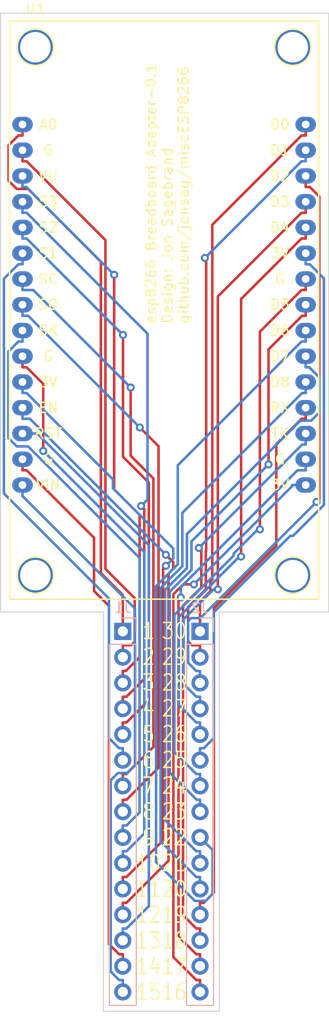
<source format=kicad_pcb>
(kicad_pcb (version 20240108) (generator "pcbnew") (generator_version "8.0")
  (title_block (title "esp8266 Breadboard Adapter") (date "2022-09-18") (rev "0.1"))
  (layers (0 "F.Cu" signal) (31 "B.Cu" signal) (34 "B.Paste" user) (35 "F.Paste" user) (36 "B.SilkS" user "B.Silkscreen") (37 "F.SilkS" user "F.Silkscreen") (38 "B.Mask" user) (39 "F.Mask" user) (44 "Edge.Cuts" user))
  (net 0 "")
  (net 1 "Net-(J1-Pad1)")
  (net 2 "Net-(J1-Pad2)")
  (net 3 "Net-(J1-Pad3)")
  (net 4 "Net-(J1-Pad4)")
  (net 5 "Net-(J1-Pad5)")
  (net 6 "Net-(J1-Pad6)")
  (net 7 "Net-(J1-Pad7)")
  (net 8 "Net-(J1-Pad8)")
  (net 9 "Net-(J1-Pad9)")
  (net 10 "Net-(J1-Pad10)")
  (net 11 "Net-(J1-Pad11)")
  (net 12 "Net-(J1-Pad12)")
  (net 13 "Net-(J1-Pad13)")
  (net 14 "Net-(J1-Pad14)")
  (net 15 "Net-(J1-Pad15)")
  (net 16 "Net-(J2-Pad1)")
  (net 17 "Net-(J2-Pad2)")
  (net 18 "Net-(J2-Pad3)")
  (net 19 "Net-(J2-Pad4)")
  (net 20 "Net-(J2-Pad5)")
  (net 21 "Net-(J2-Pad6)")
  (net 22 "Net-(J2-Pad7)")
  (net 23 "Net-(J2-Pad8)")
  (net 24 "Net-(J2-Pad9)")
  (net 25 "Net-(J2-Pad10)")
  (net 26 "Net-(J2-Pad11)")
  (net 27 "Net-(J2-Pad12)")
  (net 28 "Net-(J2-Pad13)")
  (net 29 "Net-(J2-Pad14)")
  (net 30 "Net-(J2-Pad15)")
  (footprint "My_ESP8266:NodeMCU-LoLinV3_w_pinsockets_large" (layer "F.Cu") (at 131.71 45.26)
    (property "Reference" "U1" (at 1.27 -11.43 0) (layer "F.SilkS"))
    (property "Value" "NodeMCU1.0(ESP-12E)")
    (fp_line (start -1.28 -10.18) (end -1.28 46.82) (stroke (width 0.15)) (layer "F.SilkS"))
    (fp_line (start -1.28 46.82) (end 29.22 46.82) (stroke (width 0.15)) (layer "F.SilkS"))
    (fp_line (start -0.78 -10.18) (end -1.28 -10.18) (stroke (width 0.15)) (layer "F.SilkS"))
    (fp_line (start 29.22 -10.18) (end -0.78 -10.18) (stroke (width 0.15)) (layer "F.SilkS"))
    (fp_line (start 29.22 46.82) (end 29.22 -10.18) (stroke (width 0.15)) (layer "F.SilkS"))
    (fp_circle (center 1.27 -7.62) (end 2.54 -8.89) (stroke (width 0.15)) (fill none) (layer "F.SilkS"))
    (fp_circle (center 1.27 44.45) (end 2.54 43.18) (stroke (width 0.15)) (fill none) (layer "F.SilkS"))
    (fp_circle (center 26.67 -7.62) (end 27.94 -8.89) (stroke (width 0.15)) (fill none) (layer "F.SilkS"))
    (fp_circle (center 26.67 44.45) (end 27.94 43.18) (stroke (width 0.15)) (fill none) (layer "F.SilkS"))
    (fp_text user "G" (at 2.54 22.86 0) (layer "F.SilkS"))
    (fp_text user "EN" (at 2.54 27.94 0) (layer "F.SilkS"))
    (fp_text user "S2" (at 2.54 10.16 0) (layer "F.SilkS"))
    (fp_text user "G" (at 2.54 33.02 0) (layer "F.SilkS"))
    (fp_text user "3V" (at 25.4 12.7 0) (layer "F.SilkS"))
    (fp_text user "G" (at 2.54 2.54 0) (layer "F.SilkS"))
    (fp_text user "SC" (at 2.54 15.24 0) (layer "F.SilkS"))
    (fp_text user "3V" (at 25.4 35.56 0) (layer "F.SilkS"))
    (fp_text user "SO" (at 2.54 17.78 0) (layer "F.SilkS"))
    (fp_text user "D1" (at 25.4 2.54 0) (layer "F.SilkS"))
    (fp_text user "D0" (at 25.4 0 0) (layer "F.SilkS"))
    (fp_text user "RX" (at 25.4 27.94 0) (layer "F.SilkS"))
    (fp_text user "D4" (at 25.4 10.16 0) (layer "F.SilkS"))
    (fp_text user "A0" (at 2.54 0 0) (layer "F.SilkS"))
    (fp_text user "D2" (at 25.4 5.08 0) (layer "F.SilkS"))
    (fp_text user "G" (at 25.4 33.02 0) (layer "F.SilkS"))
    (fp_text user "D6" (at 25.4 20.32 0) (layer "F.SilkS"))
    (fp_text user "VIN" (at 2.54 35.56 0) (layer "F.SilkS"))
    (fp_text user "D5" (at 25.4 17.78 0) (layer "F.SilkS"))
    (fp_text user "SK" (at 2.54 20.32 0) (layer "F.SilkS"))
    (fp_text user "3V" (at 2.54 25.4 0) (layer "F.SilkS"))
    (fp_text user "D3" (at 25.4 7.62 0) (layer "F.SilkS"))
    (fp_text user "RST" (at 2.54 30.48 0) (layer "F.SilkS"))
    (fp_text user "S1" (at 2.54 12.7 0) (layer "F.SilkS"))
    (fp_text user "D7" (at 25.4 22.86 0) (layer "F.SilkS"))
    (fp_text user "VU" (at 2.54 5.08 0) (layer "F.SilkS"))
    (fp_text user "TX" (at 25.4 30.48 0) (layer "F.SilkS"))
    (fp_text user "G" (at 25.4 15.24 0) (layer "F.SilkS"))
    (fp_text user "D8" (at 25.4 25.4 0) (layer "F.SilkS"))
    (fp_text user "S3" (at 2.54 7.62 0) (layer "F.SilkS"))
    (pad "" np_thru_hole circle (at 1.27 -7.62) (size 3.5 3.5) (drill 3) (layers "F&B.Cu" "*.Mask"))
    (pad "" np_thru_hole circle (at 1.27 44.45) (size 3.5 3.5) (drill 3) (layers "F&B.Cu" "*.Mask"))
    (pad "" np_thru_hole circle (at 26.67 -7.62) (size 3.5 3.5) (drill 3) (layers "F&B.Cu" "*.Mask"))
    (pad "" np_thru_hole circle (at 26.67 44.45) (size 3.5 3.5) (drill 3) (layers "F&B.Cu" "*.Mask"))
    (pad "1" thru_hole oval (at 0 0) (size 2.032 1.524) (drill 0.762) (layers "*.Cu" "*.Mask") (net 1 "Net-(J1-Pad1)"))
    (pad "2" thru_hole oval (at 0 2.54) (size 2.032 1.524) (drill 0.762) (layers "*.Cu" "*.Mask") (net 2 "Net-(J1-Pad2)"))
    (pad "3" thru_hole oval (at 0 5.08) (size 2.032 1.524) (drill 0.762) (layers "*.Cu" "*.Mask") (net 3 "Net-(J1-Pad3)"))
    (pad "4" thru_hole oval (at 0 7.62) (size 2.032 1.524) (drill 0.762) (layers "*.Cu" "*.Mask") (net 4 "Net-(J1-Pad4)"))
    (pad "5" thru_hole oval (at 0 10.16) (size 2.032 1.524) (drill 0.762) (layers "*.Cu" "*.Mask") (net 5 "Net-(J1-Pad5)"))
    (pad "6" thru_hole oval (at 0 12.7) (size 2.032 1.524) (drill 0.762) (layers "*.Cu" "*.Mask") (net 6 "Net-(J1-Pad6)"))
    (pad "7" thru_hole oval (at 0 15.24) (size 2.032 1.524) (drill 0.762) (layers "*.Cu" "*.Mask") (net 7 "Net-(J1-Pad7)"))
    (pad "8" thru_hole oval (at 0 17.78) (size 2.032 1.524) (drill 0.762) (layers "*.Cu" "*.Mask") (net 8 "Net-(J1-Pad8)"))
    (pad "9" thru_hole oval (at 0 20.32) (size 2.032 1.524) (drill 0.762) (layers "*.Cu" "*.Mask") (net 9 "Net-(J1-Pad9)"))
    (pad "10" thru_hole oval (at 0 22.86) (size 2.032 1.524) (drill 0.762) (layers "*.Cu" "*.Mask") (net 10 "Net-(J1-Pad10)"))
    (pad "11" thru_hole oval (at 0 25.4) (size 2.032 1.524) (drill 0.762) (layers "*.Cu" "*.Mask") (net 11 "Net-(J1-Pad11)"))
    (pad "12" thru_hole oval (at 0 27.94) (size 2.032 1.524) (drill 0.762) (layers "*.Cu" "*.Mask") (net 12 "Net-(J1-Pad12)"))
    (pad "13" thru_hole oval (at 0 30.48) (size 2.032 1.524) (drill 0.762) (layers "*.Cu" "*.Mask") (net 13 "Net-(J1-Pad13)"))
    (pad "14" thru_hole oval (at 0 33.02) (size 2.032 1.524) (drill 0.762) (layers "*.Cu" "*.Mask") (net 14 "Net-(J1-Pad14)"))
    (pad "15" thru_hole oval (at 0 35.56) (size 2.032 1.524) (drill 0.762) (layers "*.Cu" "*.Mask") (net 15 "Net-(J1-Pad15)"))
    (pad "16" thru_hole oval (at 27.94 35.56) (size 2.032 1.524) (drill 0.762) (layers "*.Cu" "*.Mask") (net 30 "Net-(J2-Pad15)"))
    (pad "17" thru_hole oval (at 27.94 33.02) (size 2.032 1.524) (drill 0.762) (layers "*.Cu" "*.Mask") (net 29 "Net-(J2-Pad14)"))
    (pad "18" thru_hole oval (at 27.94 30.48) (size 2.032 1.524) (drill 0.762) (layers "*.Cu" "*.Mask") (net 28 "Net-(J2-Pad13)"))
    (pad "19" thru_hole oval (at 27.94 27.94) (size 2.032 1.524) (drill 0.762) (layers "*.Cu" "*.Mask") (net 27 "Net-(J2-Pad12)"))
    (pad "20" thru_hole oval (at 27.94 25.4) (size 2.032 1.524) (drill 0.762) (layers "*.Cu" "*.Mask") (net 26 "Net-(J2-Pad11)"))
    (pad "21" thru_hole oval (at 27.94 22.86) (size 2.032 1.524) (drill 0.762) (layers "*.Cu" "*.Mask") (net 25 "Net-(J2-Pad10)"))
    (pad "22" thru_hole oval (at 27.94 20.32) (size 2.032 1.524) (drill 0.762) (layers "*.Cu" "*.Mask") (net 24 "Net-(J2-Pad9)"))
    (pad "23" thru_hole oval (at 27.94 17.78) (size 2.032 1.524) (drill 0.762) (layers "*.Cu" "*.Mask") (net 23 "Net-(J2-Pad8)"))
    (pad "24" thru_hole oval (at 27.94 15.24) (size 2.032 1.524) (drill 0.762) (layers "*.Cu" "*.Mask") (net 22 "Net-(J2-Pad7)"))
    (pad "25" thru_hole oval (at 27.94 12.7) (size 2.032 1.524) (drill 0.762) (layers "*.Cu" "*.Mask") (net 21 "Net-(J2-Pad6)"))
    (pad "26" thru_hole oval (at 27.94 10.16) (size 2.032 1.524) (drill 0.762) (layers "*.Cu" "*.Mask") (net 20 "Net-(J2-Pad5)"))
    (pad "27" thru_hole oval (at 27.94 7.62) (size 2.032 1.524) (drill 0.762) (layers "*.Cu" "*.Mask") (net 19 "Net-(J2-Pad4)"))
    (pad "28" thru_hole oval (at 27.94 5.08) (size 2.032 1.524) (drill 0.762) (layers "*.Cu" "*.Mask") (net 18 "Net-(J2-Pad3)"))
    (pad "29" thru_hole oval (at 27.94 2.54) (size 2.032 1.524) (drill 0.762) (layers "*.Cu" "*.Mask") (net 17 "Net-(J2-Pad2)"))
    (pad "30" thru_hole oval (at 27.94 0) (size 2.032 1.524) (drill 0.762) (layers "*.Cu" "*.Mask") (net 16 "Net-(J2-Pad1)"))
  )
  (footprint "Connector_PinHeader_2.54mm:PinHeader_1x15_P2.54mm_Vertical" (layer "B.Cu") (at 141.605 95.255 180)
    (property "Reference" "J1" (at 0 2.33 0) (layer "B.SilkS") (effects (justify mirror)))
    (property "Value" "Conn_01x15_Female")
    (fp_line (start 1.33 -1.27) (end 1.33 -36.89) (stroke (width 0.12)) (layer "B.SilkS"))
    (fp_line (start -1.33 1.33) (end 0 1.33) (stroke (width 0.12)) (layer "B.SilkS"))
    (fp_line (start -1.33 0) (end -1.33 1.33) (stroke (width 0.12)) (layer "B.SilkS"))
    (fp_line (start -1.33 -1.27) (end 1.33 -1.27) (stroke (width 0.12)) (layer "B.SilkS"))
    (fp_line (start -1.33 -1.27) (end -1.33 -36.89) (stroke (width 0.12)) (layer "B.SilkS"))
    (fp_line (start -1.33 -36.89) (end 1.33 -36.89) (stroke (width 0.12)) (layer "B.SilkS"))
    (pad "1" thru_hole rect (at 0 0 180) (size 1.7 1.7) (drill 1) (layers "*.Cu" "*.Mask") (net 1 "Net-(J1-Pad1)"))
    (pad "2" thru_hole oval (at 0 -2.54 180) (size 1.7 1.7) (drill 1) (layers "*.Cu" "*.Mask") (net 2 "Net-(J1-Pad2)"))
    (pad "3" thru_hole oval (at 0 -5.08 180) (size 1.7 1.7) (drill 1) (layers "*.Cu" "*.Mask") (net 3 "Net-(J1-Pad3)"))
    (pad "4" thru_hole oval (at 0 -7.62 180) (size 1.7 1.7) (drill 1) (layers "*.Cu" "*.Mask") (net 4 "Net-(J1-Pad4)"))
    (pad "5" thru_hole oval (at 0 -10.16 180) (size 1.7 1.7) (drill 1) (layers "*.Cu" "*.Mask") (net 5 "Net-(J1-Pad5)"))
    (pad "6" thru_hole oval (at 0 -12.7 180) (size 1.7 1.7) (drill 1) (layers "*.Cu" "*.Mask") (net 6 "Net-(J1-Pad6)"))
    (pad "7" thru_hole oval (at 0 -15.24 180) (size 1.7 1.7) (drill 1) (layers "*.Cu" "*.Mask") (net 7 "Net-(J1-Pad7)"))
    (pad "8" thru_hole oval (at 0 -17.78 180) (size 1.7 1.7) (drill 1) (layers "*.Cu" "*.Mask") (net 8 "Net-(J1-Pad8)"))
    (pad "9" thru_hole oval (at 0 -20.32 180) (size 1.7 1.7) (drill 1) (layers "*.Cu" "*.Mask") (net 9 "Net-(J1-Pad9)"))
    (pad "10" thru_hole oval (at 0 -22.86 180) (size 1.7 1.7) (drill 1) (layers "*.Cu" "*.Mask") (net 10 "Net-(J1-Pad10)"))
    (pad "11" thru_hole oval (at 0 -25.4 180) (size 1.7 1.7) (drill 1) (layers "*.Cu" "*.Mask") (net 11 "Net-(J1-Pad11)"))
    (pad "12" thru_hole oval (at 0 -27.94 180) (size 1.7 1.7) (drill 1) (layers "*.Cu" "*.Mask") (net 12 "Net-(J1-Pad12)"))
    (pad "13" thru_hole oval (at 0 -30.48 180) (size 1.7 1.7) (drill 1) (layers "*.Cu" "*.Mask") (net 13 "Net-(J1-Pad13)"))
    (pad "14" thru_hole oval (at 0 -33.02 180) (size 1.7 1.7) (drill 1) (layers "*.Cu" "*.Mask") (net 14 "Net-(J1-Pad14)"))
    (pad "15" thru_hole oval (at 0 -35.56 180) (size 1.7 1.7) (drill 1) (layers "*.Cu" "*.Mask") (net 15 "Net-(J1-Pad15)"))
  )
  (footprint "Connector_PinHeader_2.54mm:PinHeader_1x15_P2.54mm_Vertical" (layer "B.Cu") (at 149.225 95.255 180)
    (property "Reference" "J2" (at 0 2.33 0) (layer "B.SilkS") (effects (justify mirror)))
    (property "Value" "Conn_01x15_Female")
    (fp_line (start 1.33 -1.27) (end 1.33 -36.89) (stroke (width 0.12)) (layer "B.SilkS"))
    (fp_line (start -1.33 1.33) (end 0 1.33) (stroke (width 0.12)) (layer "B.SilkS"))
    (fp_line (start -1.33 0) (end -1.33 1.33) (stroke (width 0.12)) (layer "B.SilkS"))
    (fp_line (start -1.33 -1.27) (end 1.33 -1.27) (stroke (width 0.12)) (layer "B.SilkS"))
    (fp_line (start -1.33 -1.27) (end -1.33 -36.89) (stroke (width 0.12)) (layer "B.SilkS"))
    (fp_line (start -1.33 -36.89) (end 1.33 -36.89) (stroke (width 0.12)) (layer "B.SilkS"))
    (pad "1" thru_hole rect (at 0 0 180) (size 1.7 1.7) (drill 1) (layers "*.Cu" "*.Mask") (net 16 "Net-(J2-Pad1)"))
    (pad "2" thru_hole oval (at 0 -2.54 180) (size 1.7 1.7) (drill 1) (layers "*.Cu" "*.Mask") (net 17 "Net-(J2-Pad2)"))
    (pad "3" thru_hole oval (at 0 -5.08 180) (size 1.7 1.7) (drill 1) (layers "*.Cu" "*.Mask") (net 18 "Net-(J2-Pad3)"))
    (pad "4" thru_hole oval (at 0 -7.62 180) (size 1.7 1.7) (drill 1) (layers "*.Cu" "*.Mask") (net 19 "Net-(J2-Pad4)"))
    (pad "5" thru_hole oval (at 0 -10.16 180) (size 1.7 1.7) (drill 1) (layers "*.Cu" "*.Mask") (net 20 "Net-(J2-Pad5)"))
    (pad "6" thru_hole oval (at 0 -12.7 180) (size 1.7 1.7) (drill 1) (layers "*.Cu" "*.Mask") (net 21 "Net-(J2-Pad6)"))
    (pad "7" thru_hole oval (at 0 -15.24 180) (size 1.7 1.7) (drill 1) (layers "*.Cu" "*.Mask") (net 22 "Net-(J2-Pad7)"))
    (pad "8" thru_hole oval (at 0 -17.78 180) (size 1.7 1.7) (drill 1) (layers "*.Cu" "*.Mask") (net 23 "Net-(J2-Pad8)"))
    (pad "9" thru_hole oval (at 0 -20.32 180) (size 1.7 1.7) (drill 1) (layers "*.Cu" "*.Mask") (net 24 "Net-(J2-Pad9)"))
    (pad "10" thru_hole oval (at 0 -22.86 180) (size 1.7 1.7) (drill 1) (layers "*.Cu" "*.Mask") (net 25 "Net-(J2-Pad10)"))
    (pad "11" thru_hole oval (at 0 -25.4 180) (size 1.7 1.7) (drill 1) (layers "*.Cu" "*.Mask") (net 26 "Net-(J2-Pad11)"))
    (pad "12" thru_hole oval (at 0 -27.94 180) (size 1.7 1.7) (drill 1) (layers "*.Cu" "*.Mask") (net 27 "Net-(J2-Pad12)"))
    (pad "13" thru_hole oval (at 0 -30.48 180) (size 1.7 1.7) (drill 1) (layers "*.Cu" "*.Mask") (net 28 "Net-(J2-Pad13)"))
    (pad "14" thru_hole oval (at 0 -33.02 180) (size 1.7 1.7) (drill 1) (layers "*.Cu" "*.Mask") (net 29 "Net-(J2-Pad14)"))
    (pad "15" thru_hole oval (at 0 -35.56 180) (size 1.7 1.7) (drill 1) (layers "*.Cu" "*.Mask") (net 30 "Net-(J2-Pad15)"))
  )
  (gr_line (start 151.13 132.715) (end 139.7 132.715) (stroke (width 0.1)) (layer "Edge.Cuts"))
  (gr_line (start 161.925 93.345) (end 161.925 34.29) (stroke (width 0.1)) (layer "Edge.Cuts"))
  (gr_line (start 151.13 93.345) (end 161.925 93.345) (stroke (width 0.1)) (layer "Edge.Cuts"))
  (gr_line (start 129.54 93.345) (end 129.54 91.44) (stroke (width 0.1)) (layer "Edge.Cuts"))
  (gr_line (start 139.7 93.345) (end 129.54 93.345) (stroke (width 0.1)) (layer "Edge.Cuts"))
  (gr_line (start 129.54 34.29) (end 161.925 34.29) (stroke (width 0.1)) (layer "Edge.Cuts"))
  (gr_line (start 139.7 132.715) (end 139.7 93.345) (stroke (width 0.1)) (layer "Edge.Cuts"))
  (gr_line (start 151.13 132.715) (end 151.13 93.345) (stroke (width 0.1)) (layer "Edge.Cuts"))
  (gr_line (start 129.54 91.44) (end 129.54 34.29) (stroke (width 0.1)) (layer "Edge.Cuts"))
  (gr_text "${TITLE}-${REVISION}\nDesign: Jon Sagebrand\ngithub.com/jonsag/miscESP8266" (at 146 65 90) (layer "F.SilkS") (effects (font (size 1 1)) (justify left)))
  (gr_text "30\n29\n28\n27\n26\n25\n24\n23\n22\n21\n20\n19\n18\n17\n16" (at 146.685 113.03 0) (layer "F.SilkS") (effects (font (size 1.58 1.3))))
  (gr_text "1\n2\n3\n4\n5\n6\n7\n8\n9\n10\n11\n12\n13\n14\n15" (at 144.145 113.03 0) (layer "F.SilkS") (effects (font (size 1.58 1.3))))
  (segment (start 130.3385 47.3109) (end 130.3385 50.8171) (width 0.25) (layer "F.Cu") (net 1))
  (segment (start 141.605 95.255) (end 141.605 94.0799) (width 0.25) (layer "F.Cu") (net 1))
  (segment (start 131.71 45.26) (end 131.71 46.3471) (width 0.25) (layer "F.Cu") (net 1))
  (segment (start 141.605 91.6661) (end 141.605 94.0799) (width 0.25) (layer "F.Cu") (net 1))
  (segment (start 130.3385 50.8171) (end 131.1314 51.61) (width 0.25) (layer "F.Cu") (net 1))
  (segment (start 139.4423 89.5034) (end 141.605 91.6661) (width 0.25) (layer "F.Cu") (net 1))
  (segment (start 132.2563 51.61) (end 139.4423 58.796) (width 0.25) (layer "F.Cu") (net 1))
  (segment (start 139.4423 58.796) (end 139.4423 89.5034) (width 0.25) (layer "F.Cu") (net 1))
  (segment (start 131.71 46.3471) (end 131.3023 46.3471) (width 0.25) (layer "F.Cu") (net 1))
  (segment (start 131.3023 46.3471) (end 130.3385 47.3109) (width 0.25) (layer "F.Cu") (net 1))
  (segment (start 131.1314 51.61) (end 132.2563 51.61) (width 0.25) (layer "F.Cu") (net 1))
  (segment (start 141.605 97.795) (end 141.605 96.6199) (width 0.25) (layer "F.Cu") (net 2))
  (segment (start 132.1177 48.8871) (end 139.8925 56.6619) (width 0.25) (layer "F.Cu") (net 2))
  (segment (start 139.8925 89.0955) (end 142.7802 91.9832) (width 0.25) (layer "F.Cu") (net 2))
  (segment (start 139.8925 56.6619) (end 139.8925 89.0955) (width 0.25) (layer "F.Cu") (net 2))
  (segment (start 131.71 47.8) (end 131.71 48.8871) (width 0.25) (layer "F.Cu") (net 2))
  (segment (start 131.71 48.8871) (end 132.1177 48.8871) (width 0.25) (layer "F.Cu") (net 2))
  (segment (start 142.7802 91.9832) (end 142.7802 96.2757) (width 0.25) (layer "F.Cu") (net 2))
  (segment (start 142.436 96.6199) (end 141.605 96.6199) (width 0.25) (layer "F.Cu") (net 2))
  (segment (start 142.7802 96.2757) (end 142.436 96.6199) (width 0.25) (layer "F.Cu") (net 2))
  (segment (start 141.605 99.1599) (end 141.9021 99.1599) (width 0.25) (layer "F.Cu") (net 3))
  (segment (start 141.9021 99.1599) (end 143.2653 97.7967) (width 0.25) (layer "F.Cu") (net 3))
  (segment (start 143.2653 97.7967) (end 143.2653 83.7638) (width 0.25) (layer "F.Cu") (net 3))
  (segment (start 141.605 100.335) (end 141.605 99.1599) (width 0.25) (layer "F.Cu") (net 3))
  (segment (start 143.2653 83.7638) (end 140.7524 81.2509) (width 0.25) (layer "F.Cu") (net 3))
  (segment (start 140.7524 81.2509) (end 140.7524 60.0841) (width 0.25) (layer "F.Cu") (net 3))
  (via (at 140.7524 60.0841) (size 0.8) (drill 0.4) (layers "F.Cu" "B.Cu") (net 3))
  (segment (start 131.71 51.4271) (end 132.0954 51.4271) (width 0.25) (layer "B.Cu") (net 3))
  (segment (start 131.71 50.34) (end 131.71 51.4271) (width 0.25) (layer "B.Cu") (net 3))
  (segment (start 132.0954 51.4271) (end 140.7524 60.0841) (width 0.25) (layer "B.Cu") (net 3))
  (segment (start 141.9702 101.6999) (end 141.605 101.6999) (width 0.25) (layer "F.Cu") (net 4))
  (segment (start 143.7231 99.947) (end 141.9702 101.6999) (width 0.25) (layer "F.Cu") (net 4))
  (segment (start 141.605 102.875) (end 141.605 101.6999) (width 0.25) (layer "F.Cu") (net 4))
  (segment (start 143.416 82.8892) (end 143.7231 83.1963) (width 0.25) (layer "F.Cu") (net 4))
  (segment (start 143.7231 83.1963) (end 143.7231 99.947) (width 0.25) (layer "F.Cu") (net 4))
  (via (at 143.416 82.8892) (size 0.8) (drill 0.4) (layers "F.Cu" "B.Cu") (net 4))
  (segment (start 132.1177 53.9671) (end 144.0453 65.8947) (width 0.25) (layer "B.Cu") (net 4))
  (segment (start 144.0453 65.8947) (end 144.0453 82.2599) (width 0.25) (layer "B.Cu") (net 4))
  (segment (start 131.71 52.88) (end 131.71 53.9671) (width 0.25) (layer "B.Cu") (net 4))
  (segment (start 144.0453 82.2599) (end 143.416 82.8892) (width 0.25) (layer "B.Cu") (net 4))
  (segment (start 131.71 53.9671) (end 132.1177 53.9671) (width 0.25) (layer "B.Cu") (net 4))
  (segment (start 141.605 104.2399) (end 141.9702 104.2399) (width 0.25) (layer "F.Cu") (net 5))
  (segment (start 144.1743 80.5856) (end 141.6264 78.0377) (width 0.25) (layer "F.Cu") (net 5))
  (segment (start 144.1743 102.0358) (end 144.1743 80.5856) (width 0.25) (layer "F.Cu") (net 5))
  (segment (start 141.605 105.415) (end 141.605 104.2399) (width 0.25) (layer "F.Cu") (net 5))
  (segment (start 141.9702 104.2399) (end 144.1743 102.0358) (width 0.25) (layer "F.Cu") (net 5))
  (segment (start 141.6264 78.0377) (end 141.6264 66.0158) (width 0.25) (layer "F.Cu") (net 5))
  (via (at 141.6264 66.0158) (size 0.8) (drill 0.4) (layers "F.Cu" "B.Cu") (net 5))
  (segment (start 131.71 55.42) (end 131.71 56.5071) (width 0.25) (layer "B.Cu") (net 5))
  (segment (start 132.1177 56.5071) (end 141.6264 66.0158) (width 0.25) (layer "B.Cu") (net 5))
  (segment (start 131.71 56.5071) (end 132.1177 56.5071) (width 0.25) (layer "B.Cu") (net 5))
  (segment (start 141.605 107.955) (end 141.605 106.7799) (width 0.25) (layer "B.Cu") (net 6))
  (segment (start 140.2402 105.7804) (end 141.2397 106.7799) (width 0.25) (layer "B.Cu") (net 6))
  (segment (start 141.2397 106.7799) (end 141.605 106.7799) (width 0.25) (layer "B.Cu") (net 6))
  (segment (start 129.8752 81.6523) (end 140.2402 92.0173) (width 0.25) (layer "B.Cu") (net 6))
  (segment (start 129.8752 60.4742) (end 129.8752 81.6523) (width 0.25) (layer "B.Cu") (net 6))
  (segment (start 140.2402 92.0173) (end 140.2402 105.7804) (width 0.25) (layer "B.Cu") (net 6))
  (segment (start 131.3023 59.0471) (end 129.8752 60.4742) (width 0.25) (layer "B.Cu") (net 6))
  (segment (start 131.71 57.96) (end 131.71 59.0471) (width 0.25) (layer "B.Cu") (net 6))
  (segment (start 131.71 59.0471) (end 131.3023 59.0471) (width 0.25) (layer "B.Cu") (net 6))
  (segment (start 141.605 109.3199) (end 141.9702 109.3199) (width 0.25) (layer "F.Cu") (net 7))
  (segment (start 144.6244 106.6657) (end 144.6244 80.1743) (width 0.25) (layer "F.Cu") (net 7))
  (segment (start 141.9702 109.3199) (end 144.6244 106.6657) (width 0.25) (layer "F.Cu") (net 7))
  (segment (start 144.6244 80.1743) (end 142.3814 77.9313) (width 0.25) (layer "F.Cu") (net 7))
  (segment (start 142.3814 77.9313) (end 142.3814 71.2025) (width 0.25) (layer "F.Cu") (net 7))
  (segment (start 141.605 110.495) (end 141.605 109.3199) (width 0.25) (layer "F.Cu") (net 7))
  (via (at 142.3814 71.2025) (size 0.8) (drill 0.4) (layers "F.Cu" "B.Cu") (net 7))
  (segment (start 131.71 60.5) (end 131.71 61.5871) (width 0.25) (layer "B.Cu") (net 7))
  (segment (start 132.766 61.5871) (end 142.3814 71.2025) (width 0.25) (layer "B.Cu") (net 7))
  (segment (start 131.71 61.5871) (end 132.766 61.5871) (width 0.25) (layer "B.Cu") (net 7))
  (segment (start 141.605 113.035) (end 141.605 111.8599) (width 0.25) (layer "F.Cu") (net 8))
  (segment (start 141.605 111.8599) (end 141.9723 111.8599) (width 0.25) (layer "F.Cu") (net 8))
  (segment (start 145.1308 108.7014) (end 145.1308 76.9879) (width 0.25) (layer "F.Cu") (net 8))
  (segment (start 141.9723 111.8599) (end 145.1308 108.7014) (width 0.25) (layer "F.Cu") (net 8))
  (segment (start 145.1308 76.9879) (end 143.2853 75.1424) (width 0.25) (layer "F.Cu") (net 8))
  (via (at 143.2853 75.1424) (size 0.8) (drill 0.4) (layers "F.Cu" "B.Cu") (net 8))
  (segment (start 131.71 63.04) (end 131.71 64.1271) (width 0.25) (layer "B.Cu") (net 8))
  (segment (start 131.71 64.1271) (end 132.27 64.1271) (width 0.25) (layer "B.Cu") (net 8))
  (segment (start 132.27 64.1271) (end 143.2853 75.1424) (width 0.25) (layer "B.Cu") (net 8))
  (segment (start 131.1498 77.01) (end 132.2588 77.01) (width 0.25) (layer "B.Cu") (net 9))
  (segment (start 131.3023 66.6671) (end 130.3254 67.644) (width 0.25) (layer "B.Cu") (net 9))
  (segment (start 130.3254 67.644) (end 130.3254 76.1856) (width 0.25) (layer "B.Cu") (net 9))
  (segment (start 132.2588 77.01) (end 143.2597 88.0109) (width 0.25) (layer "B.Cu") (net 9))
  (segment (start 131.71 66.6671) (end 131.3023 66.6671) (width 0.25) (layer "B.Cu") (net 9))
  (segment (start 143.2597 113.1104) (end 141.9702 114.3999) (width 0.25) (layer "B.Cu") (net 9))
  (segment (start 130.3254 76.1856) (end 131.1498 77.01) (width 0.25) (layer "B.Cu") (net 9))
  (segment (start 143.2597 88.0109) (end 143.2597 113.1104) (width 0.25) (layer "B.Cu") (net 9))
  (segment (start 141.9702 114.3999) (end 141.605 114.3999) (width 0.25) (layer "B.Cu") (net 9))
  (segment (start 131.71 65.58) (end 131.71 66.6671) (width 0.25) (layer "B.Cu") (net 9))
  (segment (start 141.605 115.575) (end 141.605 114.3999) (width 0.25) (layer "B.Cu") (net 9))
  (segment (start 132.1177 69.2071) (end 133.7548 70.8442) (width 0.25) (layer "F.Cu") (net 10))
  (segment (start 131.71 69.2071) (end 132.1177 69.2071) (width 0.25) (layer "F.Cu") (net 10))
  (segment (start 131.71 68.12) (end 131.71 69.2071) (width 0.25) (layer "F.Cu") (net 10))
  (segment (start 133.7548 70.8442) (end 133.7548 77.4575) (width 0.25) (layer "F.Cu") (net 10))
  (via (at 133.7548 77.4575) (size 0.8) (drill 0.4) (layers "F.Cu" "B.Cu") (net 10))
  (segment (start 133.7548 77.4575) (end 143.7269 87.4296) (width 0.25) (layer "B.Cu") (net 10))
  (segment (start 143.7269 87.4296) (end 143.7269 115.1832) (width 0.25) (layer "B.Cu") (net 10))
  (segment (start 143.7269 115.1832) (end 141.9702 116.9399) (width 0.25) (layer "B.Cu") (net 10))
  (segment (start 141.9702 116.9399) (end 141.605 116.9399) (width 0.25) (layer "B.Cu") (net 10))
  (segment (start 141.605 118.115) (end 141.605 116.9399) (width 0.25) (layer "B.Cu") (net 10))
  (segment (start 145.5809 89.0644) (end 145.856 88.7893) (width 0.25) (layer "F.Cu") (net 11))
  (segment (start 145.5809 115.8692) (end 145.5809 89.0644) (width 0.25) (layer "F.Cu") (net 11))
  (segment (start 141.9702 119.4799) (end 145.5809 115.8692) (width 0.25) (layer "F.Cu") (net 11))
  (segment (start 141.605 119.4799) (end 141.9702 119.4799) (width 0.25) (layer "F.Cu") (net 11))
  (segment (start 141.605 120.655) (end 141.605 119.4799) (width 0.25) (layer "F.Cu") (net 11))
  (via (at 145.856 88.7893) (size 0.8) (drill 0.4) (layers "F.Cu" "B.Cu") (net 11))
  (segment (start 145.856 88.7893) (end 146.5811 88.0642) (width 0.25) (layer "B.Cu") (net 11))
  (segment (start 131.71 70.66) (end 131.71 71.7471) (width 0.25) (layer "B.Cu") (net 11))
  (segment (start 146.5811 87.0797) (end 140.6345 81.1331) (width 0.25) (layer "B.Cu") (net 11))
  (segment (start 146.5811 88.0642) (end 146.5811 87.0797) (width 0.25) (layer "B.Cu") (net 11))
  (segment (start 140.6345 80.2639) (end 132.1177 71.7471) (width 0.25) (layer "B.Cu") (net 11))
  (segment (start 132.1177 71.7471) (end 131.71 71.7471) (width 0.25) (layer "B.Cu") (net 11))
  (segment (start 140.6345 81.1331) (end 140.6345 80.2639) (width 0.25) (layer "B.Cu") (net 11))
  (segment (start 141.9702 122.0199) (end 146.1162 117.8739) (width 0.25) (layer "F.Cu") (net 12))
  (segment (start 146.5811 88.4263) (end 145.856 87.7012) (width 0.25) (layer "F.Cu") (net 12))
  (segment (start 141.605 123.195) (end 141.605 122.0199) (width 0.25) (layer "F.Cu") (net 12))
  (segment (start 141.605 122.0199) (end 141.9702 122.0199) (width 0.25) (layer "F.Cu") (net 12))
  (segment (start 146.1162 117.8739) (end 146.1162 89.5546) (width 0.25) (layer "F.Cu") (net 12))
  (segment (start 146.1162 89.5546) (end 146.5811 89.0897) (width 0.25) (layer "F.Cu") (net 12))
  (segment (start 146.5811 89.0897) (end 146.5811 88.4263) (width 0.25) (layer "F.Cu") (net 12))
  (via (at 145.856 87.7012) (size 0.8) (drill 0.4) (layers "F.Cu" "B.Cu") (net 12))
  (segment (start 131.71 73.2) (end 131.71 74.2871) (width 0.25) (layer "B.Cu") (net 12))
  (segment (start 132.4419 74.2871) (end 131.71 74.2871) (width 0.25) (layer "B.Cu") (net 12))
  (segment (start 145.856 87.7012) (end 132.4419 74.2871) (width 0.25) (layer "B.Cu") (net 12))
  (segment (start 144.177 86.7501) (end 133.1669 75.74) (width 0.25) (layer "B.Cu") (net 13))
  (segment (start 141.605 125.735) (end 141.605 124.5599) (width 0.25) (layer "B.Cu") (net 13))
  (segment (start 141.605 124.5599) (end 141.9702 124.5599) (width 0.25) (layer "B.Cu") (net 13))
  (segment (start 131.71 75.74) (end 133.0511 75.74) (width 0.25) (layer "B.Cu") (net 13))
  (segment (start 144.177 122.3531) (end 144.177 86.7501) (width 0.25) (layer "B.Cu") (net 13))
  (segment (start 133.1669 75.74) (end 133.0511 75.74) (width 0.25) (layer "B.Cu") (net 13))
  (segment (start 141.9702 124.5599) (end 144.177 122.3531) (width 0.25) (layer "B.Cu") (net 13))
  (segment (start 141.2397 127.0999) (end 141.605 127.0999) (width 0.25) (layer "F.Cu") (net 14))
  (segment (start 141.605 128.275) (end 141.605 127.0999) (width 0.25) (layer "F.Cu") (net 14))
  (segment (start 138.7671 91.2706) (end 140.2402 92.7437) (width 0.25) (layer "F.Cu") (net 14))
  (segment (start 132.1177 79.3671) (end 138.7671 86.0165) (width 0.25) (layer "F.Cu") (net 14))
  (segment (start 131.71 79.3671) (end 132.1177 79.3671) (width 0.25) (layer "F.Cu") (net 14))
  (segment (start 138.7671 86.0165) (end 138.7671 91.2706) (width 0.25) (layer "F.Cu") (net 14))
  (segment (start 131.71 78.28) (end 131.71 79.3671) (width 0.25) (layer "F.Cu") (net 14))
  (segment (start 140.2402 92.7437) (end 140.2402 126.1004) (width 0.25) (layer "F.Cu") (net 14))
  (segment (start 140.2402 126.1004) (end 141.2397 127.0999) (width 0.25) (layer "F.Cu") (net 14))
  (segment (start 142.0266 109.225) (end 141.1283 109.225) (width 0.25) (layer "B.Cu") (net 15))
  (segment (start 141.1283 109.225) (end 140.4067 109.9466) (width 0.25) (layer "B.Cu") (net 15))
  (segment (start 142.8046 93.0017) (end 142.8046 108.447) (width 0.25) (layer "B.Cu") (net 15))
  (segment (start 131.71 81.9071) (end 142.8046 93.0017) (width 0.25) (layer "B.Cu") (net 15))
  (segment (start 141.605 130.815) (end 141.605 129.6399) (width 0.25) (layer "B.Cu") (net 15))
  (segment (start 142.8046 108.447) (end 142.0266 109.225) (width 0.25) (layer "B.Cu") (net 15))
  (segment (start 131.71 80.82) (end 131.71 81.9071) (width 0.25) (layer "B.Cu") (net 15))
  (segment (start 140.4067 109.9466) (end 140.4067 128.8069) (width 0.25) (layer "B.Cu") (net 15))
  (segment (start 141.2397 129.6399) (end 141.605 129.6399) (width 0.25) (layer "B.Cu") (net 15))
  (segment (start 140.4067 128.8069) (end 141.2397 129.6399) (width 0.25) (layer "B.Cu") (net 15))
  (segment (start 149.225 92.3166) (end 150.2498 91.2918) (width 0.25) (layer "F.Cu") (net 16))
  (segment (start 150.2498 90.3272) (end 150.4366 90.1404) (width 0.25) (layer "F.Cu") (net 16))
  (segment (start 150.4366 55.1528) (end 159.2423 46.3471) (width 0.25) (layer "F.Cu") (net 16))
  (segment (start 150.2498 91.2918) (end 150.2498 90.3272) (width 0.25) (layer "F.Cu") (net 16))
  (segment (start 159.2423 46.3471) (end 159.65 46.3471) (width 0.25) (layer "F.Cu") (net 16))
  (segment (start 159.65 45.26) (end 159.65 46.3471) (width 0.25) (layer "F.Cu") (net 16))
  (segment (start 150.4366 90.1404) (end 150.4366 55.1528) (width 0.25) (layer "F.Cu") (net 16))
  (segment (start 149.225 94.0799) (end 149.225 92.3166) (width 0.25) (layer "F.Cu") (net 16))
  (segment (start 149.225 95.255) (end 149.225 94.0799) (width 0.25) (layer "F.Cu") (net 16))
  (segment (start 149.225 96.6199) (end 148.4302 96.6199) (width 0.25) (layer "F.Cu") (net 17))
  (segment (start 149.7997 91.1053) (end 149.7997 87.3571) (width 0.25) (layer "F.Cu") (net 17))
  (segment (start 148.0499 92.8551) (end 149.7997 91.1053) (width 0.25) (layer "F.Cu") (net 17))
  (segment (start 149.8318 87.325) (end 149.8318 58.5598) (width 0.25) (layer "F.Cu") (net 17))
  (segment (start 149.8318 58.5598) (end 149.7007 58.4287) (width 0.25) (layer "F.Cu") (net 17))
  (segment (start 149.7997 87.3571) (end 149.8318 87.325) (width 0.25) (layer "F.Cu") (net 17))
  (segment (start 148.0499 96.2396) (end 148.0499 92.8551) (width 0.25) (layer "F.Cu") (net 17))
  (segment (start 149.225 97.795) (end 149.225 96.6199) (width 0.25) (layer "F.Cu") (net 17))
  (segment (start 148.4302 96.6199) (end 148.0499 96.2396) (width 0.25) (layer "F.Cu") (net 17))
  (via (at 149.7007 58.4287) (size 0.8) (drill 0.4) (layers "F.Cu" "B.Cu") (net 17))
  (segment (start 159.65 47.8) (end 159.65 48.8871) (width 0.25) (layer "B.Cu") (net 17))
  (segment (start 159.2423 48.8871) (end 149.7007 58.4287) (width 0.25) (layer "B.Cu") (net 17))
  (segment (start 159.65 48.8871) (end 159.2423 48.8871) (width 0.25) (layer "B.Cu") (net 17))
  (segment (start 159.65 51.4271) (end 160.0577 51.4271) (width 0.25) (layer "F.Cu") (net 18))
  (segment (start 160.0577 51.4271) (end 160.9912 52.3606) (width 0.25) (layer "F.Cu") (net 18))
  (segment (start 160.9912 82.2156) (end 160.7197 82.4871) (width 0.25) (layer "F.Cu") (net 18))
  (segment (start 159.65 50.34) (end 159.65 51.4271) (width 0.25) (layer "F.Cu") (net 18))
  (segment (start 160.9912 52.3606) (end 160.9912 82.2156) (width 0.25) (layer "F.Cu") (net 18))
  (via (at 160.7197 82.4871) (size 0.8) (drill 0.4) (layers "F.Cu" "B.Cu") (net 18))
  (segment (start 148.8597 99.1599) (end 148.0498 98.35) (width 0.25) (layer "B.Cu") (net 18))
  (segment (start 149.225 100.335) (end 149.225 99.1599) (width 0.25) (layer "B.Cu") (net 18))
  (segment (start 149.225 99.1599) (end 148.8597 99.1599) (width 0.25) (layer "B.Cu") (net 18))
  (segment (start 148.3574 93.9459) (end 149.2609 93.9459) (width 0.25) (layer "B.Cu") (net 18))
  (segment (start 148.0498 98.35) (end 148.0498 94.2535) (width 0.25) (layer "B.Cu") (net 18))
  (segment (start 149.2609 93.9459) (end 160.7197 82.4871) (width 0.25) (layer "B.Cu") (net 18))
  (segment (start 148.0498 94.2535) (end 148.3574 93.9459) (width 0.25) (layer "B.Cu") (net 18))
  (segment (start 159.65 52.88) (end 159.65 53.9671) (width 0.25) (layer "F.Cu") (net 19))
  (segment (start 159.65 53.9671) (end 159.2423 53.9671) (width 0.25) (layer "F.Cu") (net 19))
  (segment (start 150.9844 62.225) (end 150.9844 91.1141) (width 0.25) (layer "F.Cu") (net 19))
  (segment (start 159.2423 53.9671) (end 150.9844 62.225) (width 0.25) (layer "F.Cu") (net 19))
  (via (at 150.9844 91.1141) (size 0.8) (drill 0.4) (layers "F.Cu" "B.Cu") (net 19))
  (segment (start 147.5997 94.067) (end 150.5526 91.1141) (width 0.25) (layer "B.Cu") (net 19))
  (segment (start 149.225 101.6999) (end 148.8597 101.6999) (width 0.25) (layer "B.Cu") (net 19))
  (segment (start 149.225 102.875) (end 149.225 101.6999) (width 0.25) (layer "B.Cu") (net 19))
  (segment (start 150.5526 91.1141) (end 150.9844 91.1141) (width 0.25) (layer "B.Cu") (net 19))
  (segment (start 148.8597 101.6999) (end 147.5997 100.4399) (width 0.25) (layer "B.Cu") (net 19))
  (segment (start 147.5997 100.4399) (end 147.5997 94.067) (width 0.25) (layer "B.Cu") (net 19))
  (segment (start 159.2423 56.5071) (end 153.2797 62.4697) (width 0.25) (layer "F.Cu") (net 20))
  (segment (start 159.65 55.42) (end 159.65 56.5071) (width 0.25) (layer "F.Cu") (net 20))
  (segment (start 153.2797 62.4697) (end 153.2797 87.8757) (width 0.25) (layer "F.Cu") (net 20))
  (segment (start 159.65 56.5071) (end 159.2423 56.5071) (width 0.25) (layer "F.Cu") (net 20))
  (via (at 153.2797 87.8757) (size 0.8) (drill 0.4) (layers "F.Cu" "B.Cu") (net 20))
  (segment (start 153.2797 87.8757) (end 153.112 87.8757) (width 0.25) (layer "B.Cu") (net 20))
  (segment (start 149.225 105.415) (end 149.225 104.2399) (width 0.25) (layer "B.Cu") (net 20))
  (segment (start 147.1405 93.8472) (end 147.1405 102.5207) (width 0.25) (layer "B.Cu") (net 20))
  (segment (start 148.8597 104.2399) (end 149.225 104.2399) (width 0.25) (layer "B.Cu") (net 20))
  (segment (start 153.112 87.8757) (end 147.1405 93.8472) (width 0.25) (layer "B.Cu") (net 20))
  (segment (start 147.1405 102.5207) (end 148.8597 104.2399) (width 0.25) (layer "B.Cu") (net 20))
  (segment (start 149.225 107.955) (end 149.225 106.7799) (width 0.25) (layer "B.Cu") (net 21))
  (segment (start 158.3957 85.8366) (end 158.1247 85.8366) (width 0.25) (layer "B.Cu") (net 21))
  (segment (start 158.1247 85.8366) (end 150.5898 93.3715) (width 0.25) (layer "B.Cu") (net 21))
  (segment (start 161.4498 60.4392) (end 161.4498 82.7825) (width 0.25) (layer "B.Cu") (net 21))
  (segment (start 150.5898 93.3715) (end 150.5898 105.7803) (width 0.25) (layer "B.Cu") (net 21))
  (segment (start 149.5902 106.7799) (end 149.225 106.7799) (width 0.25) (layer "B.Cu") (net 21))
  (segment (start 160.0577 59.0471) (end 161.4498 60.4392) (width 0.25) (layer "B.Cu") (net 21))
  (segment (start 159.65 59.0471) (end 160.0577 59.0471) (width 0.25) (layer "B.Cu") (net 21))
  (segment (start 161.4498 82.7825) (end 158.3957 85.8366) (width 0.25) (layer "B.Cu") (net 21))
  (segment (start 159.65 57.96) (end 159.65 59.0471) (width 0.25) (layer "B.Cu") (net 21))
  (segment (start 150.5898 105.7803) (end 149.5902 106.7799) (width 0.25) (layer "B.Cu") (net 21))
  (segment (start 159.65 61.5871) (end 159.2423 61.5871) (width 0.25) (layer "F.Cu") (net 22))
  (segment (start 159.65 60.5) (end 159.65 61.5871) (width 0.25) (layer "F.Cu") (net 22))
  (segment (start 155.1299 65.6995) (end 155.1299 85.1973) (width 0.25) (layer "F.Cu") (net 22))
  (segment (start 159.2423 61.5871) (end 155.1299 65.6995) (width 0.25) (layer "F.Cu") (net 22))
  (via (at 155.1299 85.1973) (size 0.8) (drill 0.4) (layers "F.Cu" "B.Cu") (net 22))
  (segment (start 152.5546 87.5754) (end 152.5546 87.7725) (width 0.25) (layer "B.Cu") (net 22))
  (segment (start 154.9327 85.1973) (end 152.5546 87.5754) (width 0.25) (layer "B.Cu") (net 22))
  (segment (start 148.8577 109.3199) (end 149.225 109.3199) (width 0.25) (layer "B.Cu") (net 22))
  (segment (start 149.225 110.495) (end 149.225 109.3199) (width 0.25) (layer "B.Cu") (net 22))
  (segment (start 155.1299 85.1973) (end 154.9327 85.1973) (width 0.25) (layer "B.Cu") (net 22))
  (segment (start 146.6904 107.1526) (end 148.8577 109.3199) (width 0.25) (layer "B.Cu") (net 22))
  (segment (start 152.5546 87.7725) (end 146.6904 93.6367) (width 0.25) (layer "B.Cu") (net 22))
  (segment (start 146.6904 93.6367) (end 146.6904 107.1526) (width 0.25) (layer "B.Cu") (net 22))
  (segment (start 155.9834 67.4414) (end 155.9834 78.7841) (width 0.25) (layer "F.Cu") (net 23))
  (segment (start 159.65 64.1271) (end 159.2977 64.1271) (width 0.25) (layer "F.Cu") (net 23))
  (segment (start 159.2977 64.1271) (end 155.9834 67.4414) (width 0.25) (layer "F.Cu") (net 23))
  (segment (start 159.65 63.04) (end 159.65 64.1271) (width 0.25) (layer "F.Cu") (net 23))
  (via (at 155.9834 78.7841) (size 0.8) (drill 0.4) (layers "F.Cu" "B.Cu") (net 23))
  (segment (start 148.3815 89.1991) (end 146.2403 91.3403) (width 0.25) (layer "B.Cu") (net 23))
  (segment (start 148.898 111.8599) (end 149.225 111.8599) (width 0.25) (layer "B.Cu") (net 23))
  (segment (start 146.2403 109.2022) (end 148.898 111.8599) (width 0.25) (layer "B.Cu") (net 23))
  (segment (start 146.2403 91.3403) (end 146.2403 109.2022) (width 0.25) (layer "B.Cu") (net 23))
  (segment (start 155.9834 78.7841) (end 148.3815 86.386) (width 0.25) (layer "B.Cu") (net 23))
  (segment (start 148.3815 86.386) (end 148.3815 89.1991) (width 0.25) (layer "B.Cu") (net 23))
  (segment (start 149.225 113.035) (end 149.225 111.8599) (width 0.25) (layer "B.Cu") (net 23))
  (segment (start 150.4673 116.8173) (end 149.225 115.575) (width 0.25) (layer "B.Cu") (net 24))
  (segment (start 147.0312 78.8782) (end 147.0312 88.6396) (width 0.25) (layer "B.Cu") (net 24))
  (segment (start 147.0312 88.6396) (end 144.89 90.7808) (width 0.25) (layer "B.Cu") (net 24))
  (segment (start 159.65 66.6671) (end 159.2423 66.6671) (width 0.25) (layer "B.Cu") (net 24))
  (segment (start 159.65 65.58) (end 159.65 66.6671) (width 0.25) (layer "B.Cu") (net 24))
  (segment (start 150.4673 121.1602) (end 150.4673 116.8173) (width 0.25) (layer "B.Cu") (net 24))
  (segment (start 148.7182 121.8378) (end 149.7897 121.8378) (width 0.25) (layer "B.Cu") (net 24))
  (segment (start 159.2423 66.6671) (end 147.0312 78.8782) (width 0.25) (layer "B.Cu") (net 24))
  (segment (start 144.89 90.7808) (end 144.89 118.0096) (width 0.25) (layer "B.Cu") (net 24))
  (segment (start 144.89 118.0096) (end 148.7182 121.8378) (width 0.25) (layer "B.Cu") (net 24))
  (segment (start 149.7897 121.8378) (end 150.4673 121.1602) (width 0.25) (layer "B.Cu") (net 24))
  (segment (start 148.8578 116.9399) (end 149.225 116.9399) (width 0.25) (layer "B.Cu") (net 25))
  (segment (start 160.1897 74.47) (end 159.1262 74.47) (width 0.25) (layer "B.Cu") (net 25))
  (segment (start 159.65 69.2071) (end 160.0022 69.2071) (width 0.25) (layer "B.Cu") (net 25))
  (segment (start 160.0022 69.2071) (end 160.9922 70.1971) (width 0.25) (layer "B.Cu") (net 25))
  (segment (start 159.65 68.12) (end 159.65 69.2071) (width 0.25) (layer "B.Cu") (net 25))
  (segment (start 145.7902 113.8723) (end 148.8578 116.9399) (width 0.25) (layer "B.Cu") (net 25))
  (segment (start 147.9314 85.6648) (end 147.9314 89.0126) (width 0.25) (layer "B.Cu") (net 25))
  (segment (start 160.9922 73.6675) (end 160.1897 74.47) (width 0.25) (layer "B.Cu") (net 25))
  (segment (start 159.1262 74.47) (end 147.9314 85.6648) (width 0.25) (layer "B.Cu") (net 25))
  (segment (start 160.9922 70.1971) (end 160.9922 73.6675) (width 0.25) (layer "B.Cu") (net 25))
  (segment (start 147.9314 89.0126) (end 145.7902 91.1538) (width 0.25) (layer "B.Cu") (net 25))
  (segment (start 145.7902 91.1538) (end 145.7902 113.8723) (width 0.25) (layer "B.Cu") (net 25))
  (segment (start 149.225 118.115) (end 149.225 116.9399) (width 0.25) (layer "B.Cu") (net 25))
  (segment (start 159.2977 71.7471) (end 147.4813 83.5635) (width 0.25) (layer "B.Cu") (net 26))
  (segment (start 147.4813 83.5635) (end 147.4813 88.8261) (width 0.25) (layer "B.Cu") (net 26))
  (segment (start 159.65 71.7471) (end 159.2977 71.7471) (width 0.25) (layer "B.Cu") (net 26))
  (segment (start 159.65 70.66) (end 159.65 71.7471) (width 0.25) (layer "B.Cu") (net 26))
  (segment (start 147.4813 88.8261) (end 145.3401 90.9673) (width 0.25) (layer "B.Cu") (net 26))
  (segment (start 145.3401 115.9622) (end 148.8578 119.4799) (width 0.25) (layer "B.Cu") (net 26))
  (segment (start 149.225 120.655) (end 149.225 119.4799) (width 0.25) (layer "B.Cu") (net 26))
  (segment (start 145.3401 90.9673) (end 145.3401 115.9622) (width 0.25) (layer "B.Cu") (net 26))
  (segment (start 148.8578 119.4799) (end 149.225 119.4799) (width 0.25) (layer "B.Cu") (net 26))
  (segment (start 159.65 73.2) (end 159.65 74.2871) (width 0.25) (layer "F.Cu") (net 27))
  (segment (start 150.5898 92.9888) (end 150.5898 121.0203) (width 0.25) (layer "F.Cu") (net 27))
  (segment (start 150.5898 121.0203) (end 149.5902 122.0199) (width 0.25) (layer "F.Cu") (net 27))
  (segment (start 159.2423 74.2871) (end 156.7518 76.7776) (width 0.25) (layer "F.Cu") (net 27))
  (segment (start 149.225 123.195) (end 149.225 122.0199) (width 0.25) (layer "F.Cu") (net 27))
  (segment (start 156.7518 86.8268) (end 150.5898 92.9888) (width 0.25) (layer "F.Cu") (net 27))
  (segment (start 159.65 74.2871) (end 159.2423 74.2871) (width 0.25) (layer "F.Cu") (net 27))
  (segment (start 149.5902 122.0199) (end 149.225 122.0199) (width 0.25) (layer "F.Cu") (net 27))
  (segment (start 156.7518 76.7776) (end 156.7518 86.8268) (width 0.25) (layer "F.Cu") (net 27))
  (segment (start 149.225 124.5599) (end 148.8597 124.5599) (width 0.25) (layer "F.Cu") (net 28))
  (segment (start 148.8597 124.5599) (end 147.5524 123.2526) (width 0.25) (layer "F.Cu") (net 28))
  (segment (start 149.3496 87.2675) (end 149.1067 87.0246) (width 0.25) (layer "F.Cu") (net 28))
  (segment (start 149.225 125.735) (end 149.225 124.5599) (width 0.25) (layer "F.Cu") (net 28))
  (segment (start 147.5524 92.716) (end 149.3496 90.9188) (width 0.25) (layer "F.Cu") (net 28))
  (segment (start 147.5524 123.2526) (end 147.5524 92.716) (width 0.25) (layer "F.Cu") (net 28))
  (segment (start 149.3496 90.9188) (end 149.3496 87.2675) (width 0.25) (layer "F.Cu") (net 28))
  (via (at 149.1067 87.0246) (size 0.8) (drill 0.4) (layers "F.Cu" "B.Cu") (net 28))
  (segment (start 159.3042 76.8271) (end 149.1067 87.0246) (width 0.25) (layer "B.Cu") (net 28))
  (segment (start 159.65 75.74) (end 159.65 76.8271) (width 0.25) (layer "B.Cu") (net 28))
  (segment (start 159.65 76.8271) (end 159.3042 76.8271) (width 0.25) (layer "B.Cu") (net 28))
  (segment (start 149.225 127.0999) (end 148.8597 127.0999) (width 0.25) (layer "F.Cu") (net 29))
  (segment (start 147.1022 125.3424) (end 147.1022 92.1333) (width 0.25) (layer "F.Cu") (net 29))
  (segment (start 148.8597 127.0999) (end 147.1022 125.3424) (width 0.25) (layer "F.Cu") (net 29))
  (segment (start 149.225 128.275) (end 149.225 127.0999) (width 0.25) (layer "F.Cu") (net 29))
  (segment (start 147.1022 92.1333) (end 147.3274 91.9081) (width 0.25) (layer "F.Cu") (net 29))
  (via (at 147.3274 91.9081) (size 0.8) (drill 0.4) (layers "F.Cu" "B.Cu") (net 29))
  (segment (start 147.3274 91.9081) (end 147.3274 90.8898) (width 0.25) (layer "B.Cu") (net 29))
  (segment (start 147.3274 90.8898) (end 158.8501 79.3671) (width 0.25) (layer "B.Cu") (net 29))
  (segment (start 158.8501 79.3671) (end 159.65 79.3671) (width 0.25) (layer "B.Cu") (net 29))
  (segment (start 159.65 78.28) (end 159.65 79.3671) (width 0.25) (layer "B.Cu") (net 29))
  (segment (start 146.5957 127.3759) (end 146.5957 91.592) (width 0.25) (layer "F.Cu") (net 30))
  (segment (start 148.8597 129.6399) (end 146.5957 127.3759) (width 0.25) (layer "F.Cu") (net 30))
  (segment (start 146.5957 91.592) (end 147.5693 90.6184) (width 0.25) (layer "F.Cu") (net 30))
  (segment (start 149.225 130.815) (end 149.225 129.6399) (width 0.25) (layer "F.Cu") (net 30))
  (segment (start 149.225 129.6399) (end 148.8597 129.6399) (width 0.25) (layer "F.Cu") (net 30))
  (segment (start 147.5693 90.6184) (end 148.6245 90.6184) (width 0.25) (layer "F.Cu") (net 30))
  (via (at 148.6245 90.6184) (size 0.8) (drill 0.4) (layers "F.Cu" "B.Cu") (net 30))
  (segment (start 158.3089 80.934) (end 148.6245 90.6184) (width 0.25) (layer "B.Cu") (net 30))
  (segment (start 159.65 80.82) (end 158.3089 80.82) (width 0.25) (layer "B.Cu") (net 30))
  (segment (start 158.3089 80.82) (end 158.3089 80.934) (width 0.25) (layer "B.Cu") (net 30))
)
</source>
